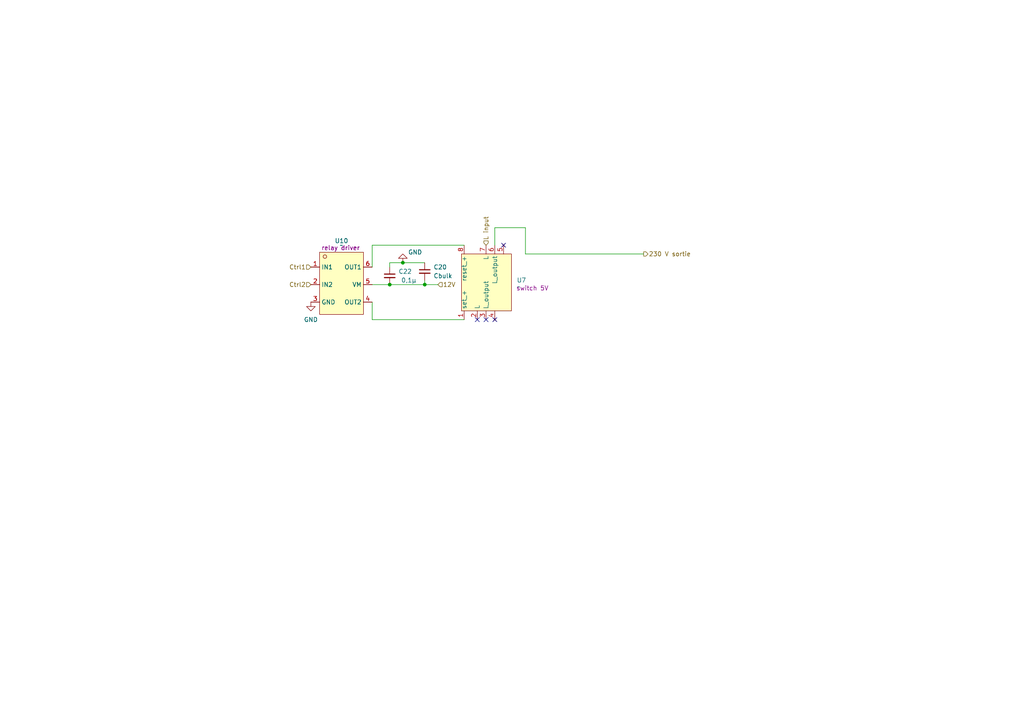
<source format=kicad_sch>
(kicad_sch (version 20231120) (generator "eeschema") (generator_version "8.0")
  (paper "A4")
  (lib_symbols
    (symbol "Device:C_Small" (pin_numbers hide) (pin_names (offset 0.254) hide)
      (property "Reference" "C" (at 0.254 1.778 0))
      (property "Value" "C_Small" (at 0.254 -2.032 0))
      (symbol "C_Small_0_1"
        (polyline (pts (xy -1.524 -0.508) (xy 1.524 -0.508)) (stroke (width 0.3302)))
        (polyline (pts (xy -1.524 0.508) (xy 1.524 0.508)) (stroke (width 0.3048)))
      )
      (symbol "C_Small_1_1"
        (pin passive line (at 0 2.54 270) (length 2.032) (name "~") (number "1"))
        (pin passive line (at 0 -2.54 90) (length 2.032) (name "~") (number "2"))
      )
    )
    (symbol "Librairie_MB:relay_driver"
      (property "Reference" "U" (at 0.508 7.874 0))
      (symbol "relay_driver_1_1"
        (rectangle (start -7.62 6.858) (end 5.08 -11.176) (fill (type background)))
        (circle (center -6.096 5.588) (radius 0.508))
        (pin input line (at -10.16 2.54 0) (length 2.54) (name "IN1") (number "1"))
        (pin input line (at -10.16 -2.54 0) (length 2.54) (name "IN2") (number "2"))
        (pin passive line (at -10.16 -7.62 0) (length 2.54) (name "GND") (number "3"))
        (pin output line (at 7.62 -7.62 180) (length 2.54) (name "OUT2") (number "4"))
        (pin power_in line (at 7.62 -2.54 180) (length 2.54) (name "VM") (number "5"))
        (pin output line (at 7.62 2.54 180) (length 2.54) (name "OUT1") (number "6"))
      )
    )
    (symbol "Librairie_MB:switch_5V"
      (property "Reference" "U" (at 8.636 -4.318 0))
      (symbol "switch_5V_1_1"
        (rectangle (start -7.112 8.89) (end 7.366 -7.62) (fill (type background)))
        (pin bidirectional line (at -6.35 -10.16 90) (length 2.54) (name "set_+") (number "1"))
        (pin power_in line (at -2.54 -10.16 90) (length 2.54) (name "L") (number "2"))
        (pin power_out line (at 0 -10.16 90) (length 2.54) (name "L_output") (number "3"))
        (pin no_connect line (at 2.54 -10.16 90) (length 2.54) (name "") (number "4"))
        (pin no_connect line (at 5.08 11.43 270) (length 2.54) (name "") (number "5"))
        (pin power_out line (at 2.54 11.43 270) (length 2.54) (name "L_output") (number "6"))
        (pin power_in line (at 0 11.43 270) (length 2.54) (name "L") (number "7"))
        (pin bidirectional line (at -6.35 11.43 270) (length 2.54) (name "reset_+") (number "8"))
      )
    )
    (symbol "power:GND" (power) (pin_numbers hide) (pin_names (offset 0) hide)
      (property "Value" "GND" (at 0 -3.81 0))
      (symbol "GND_0_1"
        (polyline (pts (xy 0 0) (xy 0 -1.27) (xy 1.27 -1.27) (xy 0 -2.54) (xy -1.27 -1.27) (xy 0 -1.27)))
      )
      (symbol "GND_1_1"
        (pin power_in line (at 0 0 270) (length 0) (name "~") (number "1"))
      )
    )
  )
  (junction (at 116.84 76.2))
  (junction (at 123.19 82.55))
  (junction (at 113.03 82.55))
  (no_connect (at 146.05 71.12))
  (no_connect (at 143.51 92.71))
  (no_connect (at 140.97 92.71))
  (no_connect (at 138.43 92.71))
  (wire (pts (xy 113.03 76.2) (xy 116.84 76.2)))
  (wire (pts (xy 123.19 81.28) (xy 123.19 82.55)))
  (wire (pts (xy 107.95 92.71) (xy 107.95 87.63)))
  (wire (pts (xy 113.03 77.47) (xy 113.03 76.2)))
  (wire (pts (xy 152.4 66.04) (xy 152.4 73.66)))
  (wire (pts (xy 134.62 92.71) (xy 107.95 92.71)))
  (wire (pts (xy 107.95 71.12) (xy 134.62 71.12)))
  (wire (pts (xy 127 82.55) (xy 123.19 82.55)))
  (wire (pts (xy 143.51 66.04) (xy 152.4 66.04)))
  (wire (pts (xy 123.19 82.55) (xy 113.03 82.55)))
  (wire (pts (xy 152.4 73.66) (xy 186.69 73.66)))
  (wire (pts (xy 143.51 71.12) (xy 143.51 66.04)))
  (wire (pts (xy 107.95 77.47) (xy 107.95 71.12)))
  (wire (pts (xy 116.84 76.2) (xy 123.19 76.2)))
  (wire (pts (xy 113.03 82.55) (xy 107.95 82.55)))
  (hierarchical_label "230 V sortie" (shape output) (at 186.69 73.66 0))
  (hierarchical_label "Ctrl1" (shape input) (at 90.17 77.47 180))
  (hierarchical_label "L input" (shape input) (at 140.97 71.12 90))
  (hierarchical_label "Ctrl2" (shape input) (at 90.17 82.55 180))
  (hierarchical_label "12V" (shape input) (at 127 82.55 0))
  (symbol (lib_id "Librairie_MB:relay_driver") (at 100.33 80.01 0) (unit 1)
    (property "Reference" "U10" (at 99.06 69.85 0))
    (property "Value" "~" (at 99.06 71.12 0))
    (property "Footprint" "Librairie_MB:relay driver" (effects (hide yes)))
    (property "Datasheet" "https://www.ti.com/lit/ds/symlink/drv8220.pdf?ts=1718862780189&ref_url=https%253A%252F%252Fwww.ti.com%252Fproduct%252FDRV8220%253Futm_source%253Dgoogle%2526utm_medium%253Dcpc%2526utm_campaign%253Dasc-null-null-GPN_EN-cpc-pf-google-soas%2526utm_content%253DDRV8220%2526ds_k%253DDRV8220%2526DCM%253Dyes%2526gad_source%253D1%2526gclid%253DEAIaIQobChMIjMuT5b7phgMVCYdQBh2LMQ8QEAAYASAAEgKL1_D_BwE%2526gclsrc%253Daw.ds%2526bm-verify%253DAAQAAAAJ_____7MfifXcg9StXtlSBqfHahtupR_hWbGQWCx16d-UjKNOvuVP0Gvkoa-rUBdMITDyt_P1oJFs1IIxIzmtyCOvPMSpAJ_7XKUO5Zf59BTnwFCYSTV-n3mXPGXR3PBSzZeX1WKdt74uL7bsOXP1Ynx2yXN-dSmswFIFDk6nY167zJsukdTjspecd0wdfV-YG4WWkGi2WzaaIHteONBF-SGsX-bqyj7i6W2lmrnaoAoHuAo1sTg1Z5MMxCmpcgxLIYsBLhtnTEeIKCBNIW7OHOU7tC8EVUeSBd6z19vjhqTXb0t3e1EhBiR1JCGwHpPneOa2DpMEh9s-MaFgOsWFhrUv3pgHvDYjaDro-ScCJSKab0GzppxzjbKfrMVsR8lqbjNq_IiIUzq9BAy6aHIoz2JB8VaNfjmiubXfHAXuvd-966A2OBiQbzeIE88IxN7aUvVfkzAOiJLptuq4F9sOURnqVTpPoyLXvnI-2-qZFXIS0Bjv_gxcvUxrCia3rxbEO6y8qDj_CTenrEBmtQpXb-kBBjoYvwth4lqq-cJm0MoDBsvNvvMHZU1rrK5EnrnQf4UXgaI0-xN2JfuACGwXpFeu2r_ELe0MMzI-pXMwmlvP31hgifKQJ0kvSLNwAuNtS8l3BT0Akzf3Og9lQE0Jke_8hPIJFGrkt6Sd-aXi" (effects (hide yes)))
    (property "Description" "relay driver" (at 98.806 71.882 0))
    (property "Mfr" "DRV8220DRLR" (effects (hide yes)))
    (property "LCSC" "C3681351" (effects (hide yes)))
  )
  (symbol (lib_id "Librairie_MB:switch_5V") (at 140.97 82.55 0) (unit 1)
    (property "Reference" "U7" (at 149.86 81.2799 0) (effects (justify left)))
    (property "Value" "~" (at 149.86 83.185 0) (effects (justify left)))
    (property "Footprint" "Librairie_MB:switch 5V" (effects (hide yes)))
    (property "Datasheet" "https://www.lcsc.com/datasheet/lcsc_datasheet_2211281630_Omron-Electronics-G6KU-2F-Y-TR-DC5_C2153173.pdf" (effects (hide yes)))
    (property "Description" "switch 5V" (at 154.432 83.566 0))
    (property "Mfr" "G6KU-2F-Y-TR DC5" (effects (hide yes)))
    (property "LCSC" "C2153173" (effects (hide yes)))
  )
  (symbol (lib_id "power:GND") (at 90.17 87.63 0) (unit 1)
    (property "Reference" "#PWR034" (effects (hide yes)))
    (property "Value" "GND" (at 90.17 92.71 0))
    (property "Description" "Power symbol creates a global label with name \"GND\" , ground" (effects (hide yes)))
  )
  (symbol (lib_id "Device:C_Small") (at 123.19 78.74 0) (unit 1)
    (property "Reference" "C20" (at 125.73 77.4762 0) (effects (justify left)))
    (property "Value" "Cbulk" (at 125.73 80.0162 0) (effects (justify left)))
    (property "Description" "Unpolarized capacitor, small symbol" (effects (hide yes)))
  )
  (symbol (lib_id "Device:C_Small") (at 113.03 80.01 0) (unit 1)
    (property "Reference" "C22" (at 115.57 78.7462 0) (effects (justify left)))
    (property "Value" "0,1µ" (at 116.332 81.28 0) (effects (justify left)))
    (property "Description" "Unpolarized capacitor, small symbol" (effects (hide yes)))
  )
  (symbol (lib_id "power:GND") (at 116.84 76.2 180) (unit 1)
    (property "Reference" "#PWR039" (effects (hide yes)))
    (property "Value" "GND" (at 120.396 73.152 0))
    (property "Description" "Power symbol creates a global label with name \"GND\" , ground" (effects (hide yes)))
  )
)
</source>
